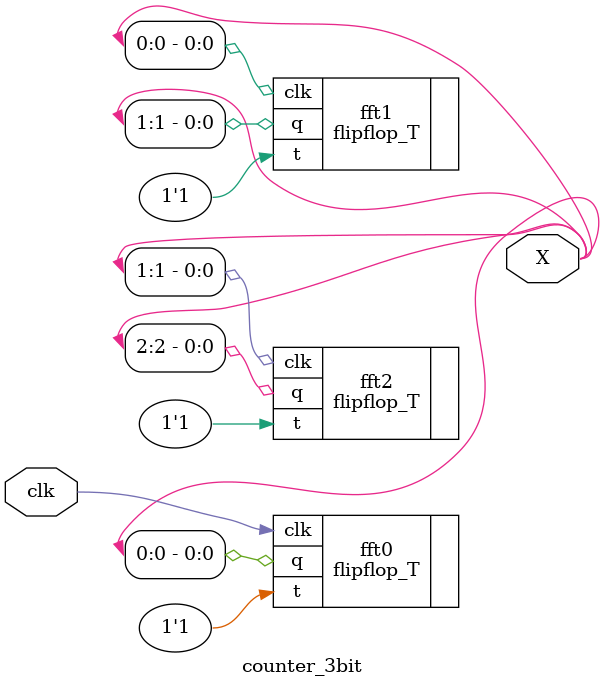
<source format=v>
module counter_3bit(input clk, output [2:0]X);

	flipflop_T fft0(.clk(clk), .t(1'b1), .q(X[0]));
	flipflop_T fft1(.clk(X[0]), .t(1'b1), .q(X[1]));
	flipflop_T fft2(.clk(X[1]), .t(1'b1), .q(X[2]));


endmodule 
</source>
